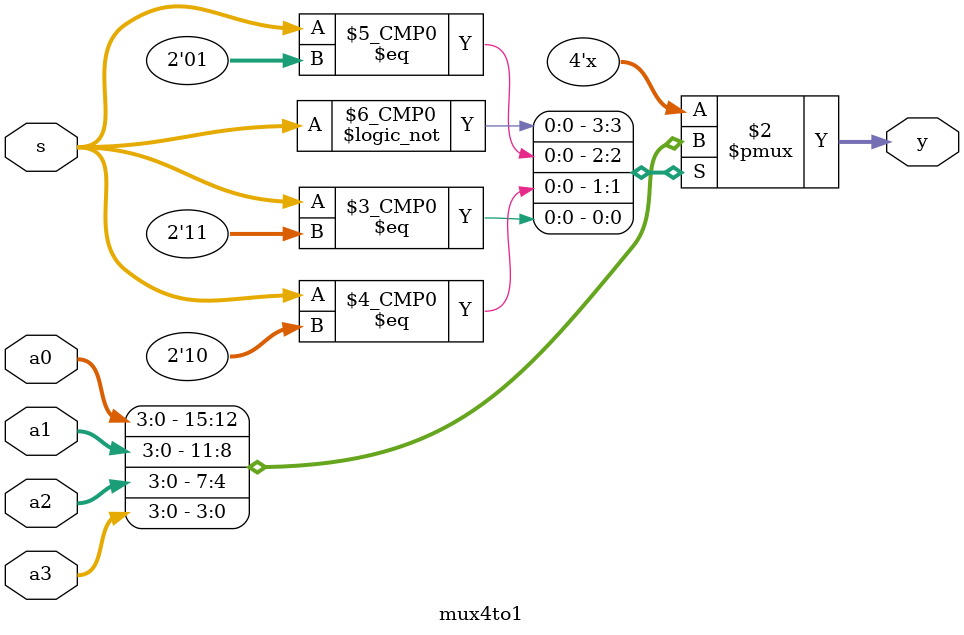
<source format=v>
module mux4to1 (
    input [3:0] a0,
    input [3:0] a1,
    input [3:0] a2,
    input [3:0] a3,
    input [1:0] s,
    output reg [3:0] y
);
    always @(a0 or a1 or a2 or a3 or s) begin
        case (s)
            2'b00: y = a0;
            2'b01: y = a1;
            2'b10: y = a2;
            2'b11: y = a3;
            default: y = 4'd0;
        endcase
    end
endmodule

</source>
